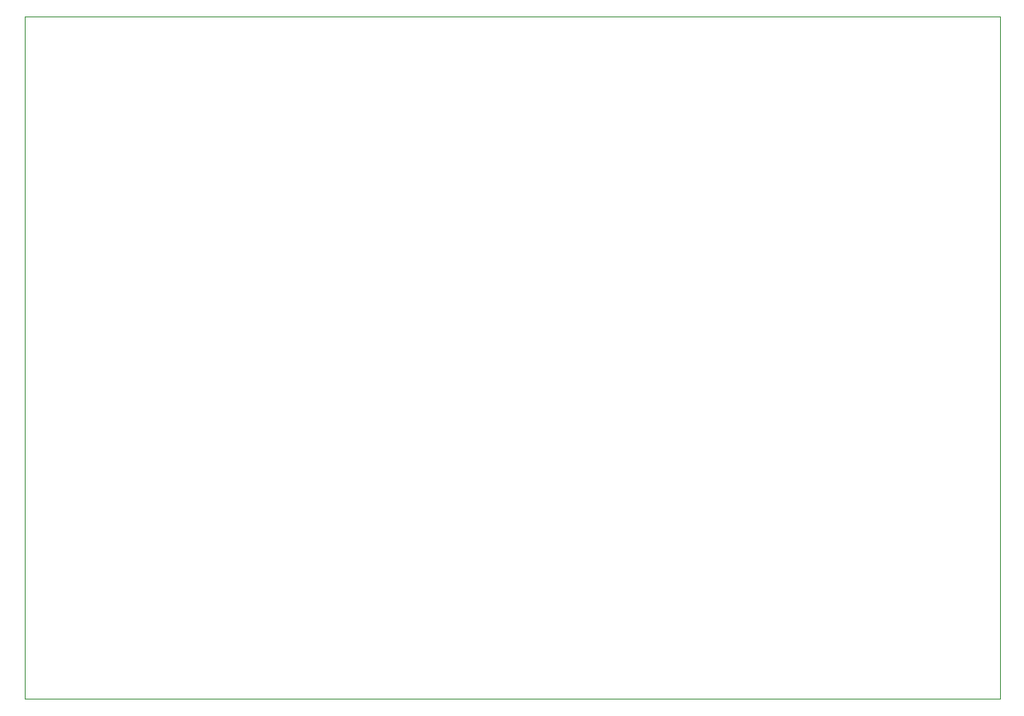
<source format=gbr>
%TF.GenerationSoftware,Altium Limited,Altium Designer,22.8.2 (66)*%
G04 Layer_Color=0*
%FSLAX45Y45*%
%MOMM*%
%TF.SameCoordinates,BD556100-397B-4985-8EB5-C039F1F1876F*%
%TF.FilePolarity,Positive*%
%TF.FileFunction,Profile,NP*%
%TF.Part,Single*%
G01*
G75*
%TA.AperFunction,Profile*%
%ADD96C,0.02540*%
D96*
X0Y0D02*
Y7000000D01*
X10000001D01*
Y0D01*
X0D01*
%TF.MD5,dbc5f64ba81e575b439a876d13e62deb*%
M02*

</source>
